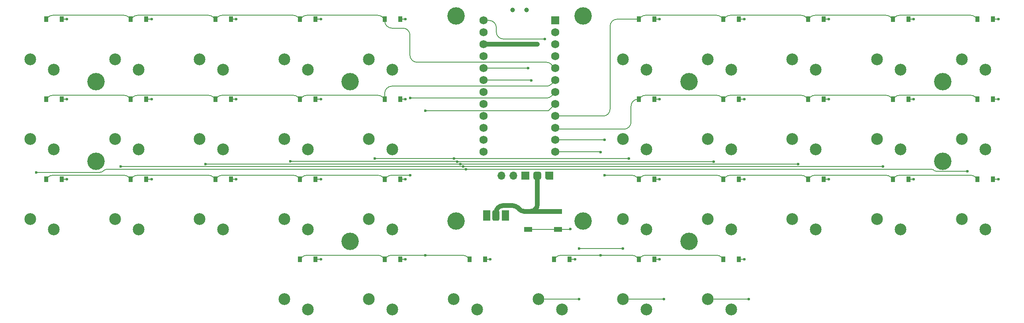
<source format=gbr>
%TF.GenerationSoftware,KiCad,Pcbnew,7.0.1*%
%TF.CreationDate,2023-03-24T13:46:13-04:00*%
%TF.ProjectId,kurp,6b757270-2e6b-4696-9361-645f70636258,v1.0.0*%
%TF.SameCoordinates,Original*%
%TF.FileFunction,Copper,L1,Top*%
%TF.FilePolarity,Positive*%
%FSLAX46Y46*%
G04 Gerber Fmt 4.6, Leading zero omitted, Abs format (unit mm)*
G04 Created by KiCad (PCBNEW 7.0.1) date 2023-03-24 13:46:13*
%MOMM*%
%LPD*%
G01*
G04 APERTURE LIST*
G04 Aperture macros list*
%AMRoundRect*
0 Rectangle with rounded corners*
0 $1 Rounding radius*
0 $2 $3 $4 $5 $6 $7 $8 $9 X,Y pos of 4 corners*
0 Add a 4 corners polygon primitive as box body*
4,1,4,$2,$3,$4,$5,$6,$7,$8,$9,$2,$3,0*
0 Add four circle primitives for the rounded corners*
1,1,$1+$1,$2,$3*
1,1,$1+$1,$4,$5*
1,1,$1+$1,$6,$7*
1,1,$1+$1,$8,$9*
0 Add four rect primitives between the rounded corners*
20,1,$1+$1,$2,$3,$4,$5,0*
20,1,$1+$1,$4,$5,$6,$7,0*
20,1,$1+$1,$6,$7,$8,$9,0*
20,1,$1+$1,$8,$9,$2,$3,0*%
%AMOutline5P*
0 Free polygon, 5 corners , with rotation*
0 The origin of the aperture is its center*
0 number of corners: always 5*
0 $1 to $10 corner X, Y*
0 $11 Rotation angle, in degrees counterclockwise*
0 create outline with 5 corners*
4,1,5,$1,$2,$3,$4,$5,$6,$7,$8,$9,$10,$1,$2,$11*%
%AMOutline6P*
0 Free polygon, 6 corners , with rotation*
0 The origin of the aperture is its center*
0 number of corners: always 6*
0 $1 to $12 corner X, Y*
0 $13 Rotation angle, in degrees counterclockwise*
0 create outline with 6 corners*
4,1,6,$1,$2,$3,$4,$5,$6,$7,$8,$9,$10,$11,$12,$1,$2,$13*%
%AMOutline7P*
0 Free polygon, 7 corners , with rotation*
0 The origin of the aperture is its center*
0 number of corners: always 7*
0 $1 to $14 corner X, Y*
0 $15 Rotation angle, in degrees counterclockwise*
0 create outline with 7 corners*
4,1,7,$1,$2,$3,$4,$5,$6,$7,$8,$9,$10,$11,$12,$13,$14,$1,$2,$15*%
%AMOutline8P*
0 Free polygon, 8 corners , with rotation*
0 The origin of the aperture is its center*
0 number of corners: always 8*
0 $1 to $16 corner X, Y*
0 $17 Rotation angle, in degrees counterclockwise*
0 create outline with 8 corners*
4,1,8,$1,$2,$3,$4,$5,$6,$7,$8,$9,$10,$11,$12,$13,$14,$15,$16,$1,$2,$17*%
G04 Aperture macros list end*
%TA.AperFunction,ComponentPad*%
%ADD10C,1.752600*%
%TD*%
%TA.AperFunction,ComponentPad*%
%ADD11R,1.752600X1.752600*%
%TD*%
%TA.AperFunction,SMDPad,CuDef*%
%ADD12R,0.900000X1.200000*%
%TD*%
%TA.AperFunction,SMDPad,CuDef*%
%ADD13R,0.900000X0.200000*%
%TD*%
%TA.AperFunction,ComponentPad*%
%ADD14C,0.600000*%
%TD*%
%TA.AperFunction,ComponentPad*%
%ADD15R,1.500000X2.250000*%
%TD*%
%TA.AperFunction,ComponentPad*%
%ADD16RoundRect,0.375000X0.375000X0.750000X-0.375000X0.750000X-0.375000X-0.750000X0.375000X-0.750000X0*%
%TD*%
%TA.AperFunction,ComponentPad*%
%ADD17C,2.500000*%
%TD*%
%TA.AperFunction,ComponentPad*%
%ADD18C,3.700000*%
%TD*%
%TA.AperFunction,ComponentPad*%
%ADD19Outline5P,-0.850000X0.510000X-0.510000X0.850000X0.850000X0.850000X0.850000X-0.850000X-0.850000X-0.850000X90.000000*%
%TD*%
%TA.AperFunction,ComponentPad*%
%ADD20RoundRect,0.425000X-0.425000X0.425000X-0.425000X-0.425000X0.425000X-0.425000X0.425000X0.425000X0*%
%TD*%
%TA.AperFunction,ComponentPad*%
%ADD21R,1.700000X1.700000*%
%TD*%
%TA.AperFunction,ComponentPad*%
%ADD22O,1.700000X1.700000*%
%TD*%
%TA.AperFunction,SMDPad,CuDef*%
%ADD23R,1.700000X1.000000*%
%TD*%
%TA.AperFunction,WasherPad*%
%ADD24C,1.000000*%
%TD*%
%TA.AperFunction,ViaPad*%
%ADD25C,0.600000*%
%TD*%
%TA.AperFunction,Conductor*%
%ADD26C,1.000000*%
%TD*%
%TA.AperFunction,Conductor*%
%ADD27C,0.200000*%
%TD*%
G04 APERTURE END LIST*
D10*
%TO.P,U1,1,TX0/PD3*%
%TO.N,/NV_CS*%
X194828733Y-91474608D03*
%TO.P,U1,2,RX1/PD2*%
%TO.N,unconnected-(U1-RX1{slash}PD2-Pad2)*%
X194828733Y-94014608D03*
%TO.P,U1,3,GND*%
%TO.N,/GND*%
X194828733Y-96554608D03*
%TO.P,U1,4,GND*%
X194828733Y-99094608D03*
%TO.P,U1,5,2/PD1*%
%TO.N,/SDA*%
X194828733Y-101634608D03*
%TO.P,U1,6,3/PD0*%
%TO.N,/SCL*%
X194828733Y-104174608D03*
%TO.P,U1,7,4/PD4*%
%TO.N,unconnected-(U1-4{slash}PD4-Pad7)*%
X194828733Y-106714608D03*
%TO.P,U1,8,5/PC6*%
%TO.N,/col4*%
X194828733Y-109254608D03*
%TO.P,U1,9,6/PD7*%
%TO.N,/col3*%
X194828733Y-111794608D03*
%TO.P,U1,10,7/PE6*%
%TO.N,/col2*%
X194828733Y-114334608D03*
%TO.P,U1,11,8/PB4*%
%TO.N,/col1*%
X194828733Y-116874608D03*
%TO.P,U1,12,9/PB5*%
%TO.N,/col0*%
X194828733Y-119414608D03*
%TO.P,U1,13,10/PB6*%
%TO.N,/row7*%
X210068733Y-119414608D03*
%TO.P,U1,14,16/PB2*%
%TO.N,/row6*%
X210068733Y-116874608D03*
%TO.P,U1,15,14/PB3*%
%TO.N,/row5*%
X210068733Y-114334608D03*
%TO.P,U1,16,15/PB1*%
%TO.N,/row4*%
X210068733Y-111794608D03*
%TO.P,U1,17,A0/PF7*%
%TO.N,/row3*%
X210068733Y-109254608D03*
%TO.P,U1,18,A1/PF6*%
%TO.N,/row2*%
X210068733Y-106714608D03*
%TO.P,U1,19,A2/PF5*%
%TO.N,/row1*%
X210068733Y-104174608D03*
%TO.P,U1,20,A3/PF4*%
%TO.N,/row0*%
X210068733Y-101634608D03*
%TO.P,U1,21,VCC*%
%TO.N,/VCC*%
X210068733Y-99094608D03*
%TO.P,U1,22,RST*%
%TO.N,/RST*%
X210068733Y-96554608D03*
%TO.P,U1,23,GND*%
%TO.N,/GND*%
X210068733Y-94014608D03*
D11*
%TO.P,U1,24,RAW*%
%TO.N,/RAW*%
X210068733Y-91474608D03*
%TD*%
D12*
%TO.P,D17,1*%
%TO.N,/row3*%
X173798733Y-142194608D03*
%TO.P,D17,2*%
%TO.N,Net-(D17-Pad2)*%
X177098733Y-142194608D03*
D13*
X177734733Y-142194608D03*
D14*
X178242733Y-142194608D03*
%TD*%
D15*
%TO.P,BT1,1,+*%
%TO.N,Net-(BT1-+)*%
X195448733Y-132944608D03*
X199448733Y-132944608D03*
D16*
%TO.P,BT1,2,-*%
%TO.N,/GND*%
X197448733Y-132944608D03*
%TD*%
D17*
%TO.P,SW15,1*%
%TO.N,Net-(D15-Pad2)*%
X175448733Y-101894608D03*
%TO.P,SW15,2*%
%TO.N,/col4*%
X170448733Y-99694608D03*
%TD*%
D12*
%TO.P,D35,1*%
%TO.N,/row7*%
X227798733Y-142194608D03*
%TO.P,D35,2*%
%TO.N,Net-(D35-Pad2)*%
X231098733Y-142194608D03*
D13*
X231734733Y-142194608D03*
D14*
X232242733Y-142194608D03*
%TD*%
D17*
%TO.P,SW33,1*%
%TO.N,Net-(D33-Pad2)*%
X229448733Y-101894608D03*
%TO.P,SW33,2*%
%TO.N,/col4*%
X224448733Y-99694608D03*
%TD*%
D18*
%TO.P,H6,1*%
%TO.N,N/C*%
X215948733Y-90544608D03*
%TD*%
D12*
%TO.P,D32,1*%
%TO.N,/row5*%
X227798733Y-108194608D03*
%TO.P,D32,2*%
%TO.N,Net-(D32-Pad2)*%
X231098733Y-108194608D03*
D13*
X231734733Y-108194608D03*
D14*
X232242733Y-108194608D03*
%TD*%
D12*
%TO.P,D27,1*%
%TO.N,/row4*%
X263798733Y-91194608D03*
%TO.P,D27,2*%
%TO.N,Net-(D27-Pad2)*%
X267098733Y-91194608D03*
D13*
X267734733Y-91194608D03*
D14*
X268242733Y-91194608D03*
%TD*%
D17*
%TO.P,SW20,1*%
%TO.N,Net-(D20-Pad2)*%
X301448733Y-118894608D03*
%TO.P,SW20,2*%
%TO.N,/col0*%
X296448733Y-116694608D03*
%TD*%
D18*
%TO.P,H10,1*%
%TO.N,N/C*%
X238448733Y-104444608D03*
%TD*%
D17*
%TO.P,SW26,1*%
%TO.N,Net-(D26-Pad2)*%
X265448733Y-118894608D03*
%TO.P,SW26,2*%
%TO.N,/col2*%
X260448733Y-116694608D03*
%TD*%
D12*
%TO.P,D15,1*%
%TO.N,/row0*%
X173798733Y-91194608D03*
%TO.P,D15,2*%
%TO.N,Net-(D15-Pad2)*%
X177098733Y-91194608D03*
D13*
X177734733Y-91194608D03*
D14*
X178242733Y-91194608D03*
%TD*%
D12*
%TO.P,D31,1*%
%TO.N,/row6*%
X227798733Y-125194608D03*
%TO.P,D31,2*%
%TO.N,Net-(D31-Pad2)*%
X231098733Y-125194608D03*
D13*
X231734733Y-125194608D03*
D14*
X232242733Y-125194608D03*
%TD*%
D17*
%TO.P,SW28,1*%
%TO.N,Net-(D28-Pad2)*%
X247448733Y-135894608D03*
%TO.P,SW28,2*%
%TO.N,/col3*%
X242448733Y-133694608D03*
%TD*%
D12*
%TO.P,D10,1*%
%TO.N,/row2*%
X155798733Y-125194608D03*
%TO.P,D10,2*%
%TO.N,Net-(D10-Pad2)*%
X159098733Y-125194608D03*
D13*
X159734733Y-125194608D03*
D14*
X160242733Y-125194608D03*
%TD*%
D12*
%TO.P,D21,1*%
%TO.N,/row4*%
X299798733Y-91194608D03*
%TO.P,D21,2*%
%TO.N,Net-(D21-Pad2)*%
X303098733Y-91194608D03*
D13*
X303734733Y-91194608D03*
D14*
X304242733Y-91194608D03*
%TD*%
D17*
%TO.P,SW13,1*%
%TO.N,Net-(D13-Pad2)*%
X175448733Y-135894608D03*
%TO.P,SW13,2*%
%TO.N,/col4*%
X170448733Y-133694608D03*
%TD*%
%TO.P,SW11,1*%
%TO.N,Net-(D11-Pad2)*%
X157448733Y-118894608D03*
%TO.P,SW11,2*%
%TO.N,/col3*%
X152448733Y-116694608D03*
%TD*%
D18*
%TO.P,H1,1*%
%TO.N,N/C*%
X112448733Y-104444608D03*
%TD*%
%TO.P,H12,1*%
%TO.N,N/C*%
X238448733Y-138444608D03*
%TD*%
%TO.P,H7,1*%
%TO.N,N/C*%
X188948733Y-134144608D03*
%TD*%
%TO.P,H5,1*%
%TO.N,N/C*%
X188948733Y-90544608D03*
%TD*%
D17*
%TO.P,SW19,1*%
%TO.N,Net-(D19-Pad2)*%
X301448733Y-135894608D03*
%TO.P,SW19,2*%
%TO.N,/col0*%
X296448733Y-133694608D03*
%TD*%
%TO.P,SW30,1*%
%TO.N,Net-(D30-Pad2)*%
X247448733Y-101894608D03*
%TO.P,SW30,2*%
%TO.N,/col3*%
X242448733Y-99694608D03*
%TD*%
%TO.P,SW36,1*%
%TO.N,Net-(D36-Pad2)*%
X211448733Y-152894608D03*
%TO.P,SW36,2*%
%TO.N,/col4*%
X206448733Y-150694608D03*
%TD*%
D18*
%TO.P,H9,1*%
%TO.N,N/C*%
X166448733Y-104444608D03*
%TD*%
D12*
%TO.P,D20,1*%
%TO.N,/row5*%
X299798733Y-108194608D03*
%TO.P,D20,2*%
%TO.N,Net-(D20-Pad2)*%
X303098733Y-108194608D03*
D13*
X303734733Y-108194608D03*
D14*
X304242733Y-108194608D03*
%TD*%
D12*
%TO.P,D11,1*%
%TO.N,/row1*%
X155798733Y-108194608D03*
%TO.P,D11,2*%
%TO.N,Net-(D11-Pad2)*%
X159098733Y-108194608D03*
D13*
X159734733Y-108194608D03*
D14*
X160242733Y-108194608D03*
%TD*%
D17*
%TO.P,SW8,1*%
%TO.N,Net-(D8-Pad2)*%
X139448733Y-118894608D03*
%TO.P,SW8,2*%
%TO.N,/col2*%
X134448733Y-116694608D03*
%TD*%
D18*
%TO.P,H2,1*%
%TO.N,N/C*%
X292448733Y-104444608D03*
%TD*%
D17*
%TO.P,SW14,1*%
%TO.N,Net-(D14-Pad2)*%
X175448733Y-118894608D03*
%TO.P,SW14,2*%
%TO.N,/col4*%
X170448733Y-116694608D03*
%TD*%
%TO.P,SW34,1*%
%TO.N,Net-(D34-Pad2)*%
X247448733Y-152894608D03*
%TO.P,SW34,2*%
%TO.N,/col2*%
X242448733Y-150694608D03*
%TD*%
D12*
%TO.P,D33,1*%
%TO.N,/row4*%
X227798733Y-91194608D03*
%TO.P,D33,2*%
%TO.N,Net-(D33-Pad2)*%
X231098733Y-91194608D03*
D13*
X231734733Y-91194608D03*
D14*
X232242733Y-91194608D03*
%TD*%
D17*
%TO.P,SW4,1*%
%TO.N,Net-(D4-Pad2)*%
X121448733Y-135894608D03*
%TO.P,SW4,2*%
%TO.N,/col1*%
X116448733Y-133694608D03*
%TD*%
%TO.P,SW6,1*%
%TO.N,Net-(D6-Pad2)*%
X121448733Y-101894608D03*
%TO.P,SW6,2*%
%TO.N,/col1*%
X116448733Y-99694608D03*
%TD*%
D12*
%TO.P,D14,1*%
%TO.N,/row1*%
X173798733Y-108194608D03*
%TO.P,D14,2*%
%TO.N,Net-(D14-Pad2)*%
X177098733Y-108194608D03*
D13*
X177734733Y-108194608D03*
D14*
X178242733Y-108194608D03*
%TD*%
D17*
%TO.P,SW22,1*%
%TO.N,Net-(D22-Pad2)*%
X283448733Y-135894608D03*
%TO.P,SW22,2*%
%TO.N,/col1*%
X278448733Y-133694608D03*
%TD*%
D12*
%TO.P,D28,1*%
%TO.N,/row6*%
X245798733Y-125194608D03*
%TO.P,D28,2*%
%TO.N,Net-(D28-Pad2)*%
X249098733Y-125194608D03*
D13*
X249734733Y-125194608D03*
D14*
X250242733Y-125194608D03*
%TD*%
D17*
%TO.P,SW25,1*%
%TO.N,Net-(D25-Pad2)*%
X265448733Y-135894608D03*
%TO.P,SW25,2*%
%TO.N,/col2*%
X260448733Y-133694608D03*
%TD*%
%TO.P,SW7,1*%
%TO.N,Net-(D7-Pad2)*%
X139448733Y-135894608D03*
%TO.P,SW7,2*%
%TO.N,/col2*%
X134448733Y-133694608D03*
%TD*%
%TO.P,SW24,1*%
%TO.N,Net-(D24-Pad2)*%
X283448733Y-101894608D03*
%TO.P,SW24,2*%
%TO.N,/col1*%
X278448733Y-99694608D03*
%TD*%
%TO.P,SW9,1*%
%TO.N,Net-(D9-Pad2)*%
X139448733Y-101894608D03*
%TO.P,SW9,2*%
%TO.N,/col2*%
X134448733Y-99694608D03*
%TD*%
D12*
%TO.P,D12,1*%
%TO.N,/row0*%
X155798733Y-91194608D03*
%TO.P,D12,2*%
%TO.N,Net-(D12-Pad2)*%
X159098733Y-91194608D03*
D13*
X159734733Y-91194608D03*
D14*
X160242733Y-91194608D03*
%TD*%
D12*
%TO.P,D29,1*%
%TO.N,/row5*%
X245798733Y-108194608D03*
%TO.P,D29,2*%
%TO.N,Net-(D29-Pad2)*%
X249098733Y-108194608D03*
D13*
X249734733Y-108194608D03*
D14*
X250242733Y-108194608D03*
%TD*%
D17*
%TO.P,SW16,1*%
%TO.N,Net-(D16-Pad2)*%
X157448733Y-152894608D03*
%TO.P,SW16,2*%
%TO.N,/col2*%
X152448733Y-150694608D03*
%TD*%
D12*
%TO.P,D18,1*%
%TO.N,/row3*%
X191798733Y-142194608D03*
%TO.P,D18,2*%
%TO.N,Net-(D18-Pad2)*%
X195098733Y-142194608D03*
D13*
X195734733Y-142194608D03*
D14*
X196242733Y-142194608D03*
%TD*%
D12*
%TO.P,D16,1*%
%TO.N,/row3*%
X155798733Y-142194608D03*
%TO.P,D16,2*%
%TO.N,Net-(D16-Pad2)*%
X159098733Y-142194608D03*
D13*
X159734733Y-142194608D03*
D14*
X160242733Y-142194608D03*
%TD*%
D12*
%TO.P,D13,1*%
%TO.N,/row2*%
X173798733Y-125194608D03*
%TO.P,D13,2*%
%TO.N,Net-(D13-Pad2)*%
X177098733Y-125194608D03*
D13*
X177734733Y-125194608D03*
D14*
X178242733Y-125194608D03*
%TD*%
D12*
%TO.P,D1,1*%
%TO.N,/row2*%
X101798733Y-125194608D03*
%TO.P,D1,2*%
%TO.N,Net-(D1-Pad2)*%
X105098733Y-125194608D03*
D13*
X105734733Y-125194608D03*
D14*
X106242733Y-125194608D03*
%TD*%
D12*
%TO.P,D3,1*%
%TO.N,/row0*%
X101798733Y-91194608D03*
%TO.P,D3,2*%
%TO.N,Net-(D3-Pad2)*%
X105098733Y-91194608D03*
D13*
X105734733Y-91194608D03*
D14*
X106242733Y-91194608D03*
%TD*%
D17*
%TO.P,SW21,1*%
%TO.N,Net-(D21-Pad2)*%
X301448733Y-101894608D03*
%TO.P,SW21,2*%
%TO.N,/col0*%
X296448733Y-99694608D03*
%TD*%
D12*
%TO.P,D9,1*%
%TO.N,/row0*%
X137798733Y-91194608D03*
%TO.P,D9,2*%
%TO.N,Net-(D9-Pad2)*%
X141098733Y-91194608D03*
D13*
X141734733Y-91194608D03*
D14*
X142242733Y-91194608D03*
%TD*%
D17*
%TO.P,SW23,1*%
%TO.N,Net-(D23-Pad2)*%
X283448733Y-118894608D03*
%TO.P,SW23,2*%
%TO.N,/col1*%
X278448733Y-116694608D03*
%TD*%
D12*
%TO.P,D34,1*%
%TO.N,/row7*%
X245798733Y-142194608D03*
%TO.P,D34,2*%
%TO.N,Net-(D34-Pad2)*%
X249098733Y-142194608D03*
D13*
X249734733Y-142194608D03*
D14*
X250242733Y-142194608D03*
%TD*%
D17*
%TO.P,SW12,1*%
%TO.N,Net-(D12-Pad2)*%
X157448733Y-101894608D03*
%TO.P,SW12,2*%
%TO.N,/col3*%
X152448733Y-99694608D03*
%TD*%
D12*
%TO.P,D36,1*%
%TO.N,/row7*%
X209798733Y-142194608D03*
%TO.P,D36,2*%
%TO.N,Net-(D36-Pad2)*%
X213098733Y-142194608D03*
D13*
X213734733Y-142194608D03*
D14*
X214242733Y-142194608D03*
%TD*%
D17*
%TO.P,SW17,1*%
%TO.N,Net-(D17-Pad2)*%
X175448733Y-152894608D03*
%TO.P,SW17,2*%
%TO.N,/col3*%
X170448733Y-150694608D03*
%TD*%
D12*
%TO.P,D6,1*%
%TO.N,/row0*%
X119798733Y-91194608D03*
%TO.P,D6,2*%
%TO.N,Net-(D6-Pad2)*%
X123098733Y-91194608D03*
D13*
X123734733Y-91194608D03*
D14*
X124242733Y-91194608D03*
%TD*%
D17*
%TO.P,SW35,1*%
%TO.N,Net-(D35-Pad2)*%
X229448733Y-152894608D03*
%TO.P,SW35,2*%
%TO.N,/col3*%
X224448733Y-150694608D03*
%TD*%
D19*
%TO.P,J2,1,Pin_1*%
%TO.N,/NV_CS*%
X208793650Y-124444608D03*
%TD*%
D12*
%TO.P,D24,1*%
%TO.N,/row4*%
X281798733Y-91194608D03*
%TO.P,D24,2*%
%TO.N,Net-(D24-Pad2)*%
X285098733Y-91194608D03*
D13*
X285734733Y-91194608D03*
D14*
X286242733Y-91194608D03*
%TD*%
D17*
%TO.P,SW1,1*%
%TO.N,Net-(D1-Pad2)*%
X103448733Y-135894608D03*
%TO.P,SW1,2*%
%TO.N,/col0*%
X98448733Y-133694608D03*
%TD*%
%TO.P,SW31,1*%
%TO.N,Net-(D31-Pad2)*%
X229448733Y-135894608D03*
%TO.P,SW31,2*%
%TO.N,/col4*%
X224448733Y-133694608D03*
%TD*%
%TO.P,SW5,1*%
%TO.N,Net-(D5-Pad2)*%
X121448733Y-118894608D03*
%TO.P,SW5,2*%
%TO.N,/col1*%
X116448733Y-116694608D03*
%TD*%
%TO.P,SW32,1*%
%TO.N,Net-(D32-Pad2)*%
X229448733Y-118894608D03*
%TO.P,SW32,2*%
%TO.N,/col4*%
X224448733Y-116694608D03*
%TD*%
D18*
%TO.P,H4,1*%
%TO.N,N/C*%
X292448733Y-121444608D03*
%TD*%
D17*
%TO.P,SW27,1*%
%TO.N,Net-(D27-Pad2)*%
X265448733Y-101894608D03*
%TO.P,SW27,2*%
%TO.N,/col2*%
X260448733Y-99694608D03*
%TD*%
D18*
%TO.P,H3,1*%
%TO.N,N/C*%
X112448733Y-121444608D03*
%TD*%
D12*
%TO.P,D2,1*%
%TO.N,/row1*%
X101798733Y-108194608D03*
%TO.P,D2,2*%
%TO.N,Net-(D2-Pad2)*%
X105098733Y-108194608D03*
D13*
X105734733Y-108194608D03*
D14*
X106242733Y-108194608D03*
%TD*%
D20*
%TO.P,J1,1,GND*%
%TO.N,/GND*%
X206258733Y-124444608D03*
D21*
%TO.P,J1,2,VCC*%
%TO.N,/VCC*%
X203718733Y-124444608D03*
D22*
%TO.P,J1,3,SCL*%
%TO.N,/SCL*%
X201178733Y-124444608D03*
%TO.P,J1,4,SDA*%
%TO.N,/SDA*%
X198638733Y-124444608D03*
%TD*%
D12*
%TO.P,D26,1*%
%TO.N,/row5*%
X263798733Y-108194608D03*
%TO.P,D26,2*%
%TO.N,Net-(D26-Pad2)*%
X267098733Y-108194608D03*
D13*
X267734733Y-108194608D03*
D14*
X268242733Y-108194608D03*
%TD*%
D12*
%TO.P,D23,1*%
%TO.N,/row5*%
X281798733Y-108194608D03*
%TO.P,D23,2*%
%TO.N,Net-(D23-Pad2)*%
X285098733Y-108194608D03*
D13*
X285734733Y-108194608D03*
D14*
X286242733Y-108194608D03*
%TD*%
D17*
%TO.P,SW2,1*%
%TO.N,Net-(D2-Pad2)*%
X103448733Y-118894608D03*
%TO.P,SW2,2*%
%TO.N,/col0*%
X98448733Y-116694608D03*
%TD*%
D12*
%TO.P,D7,1*%
%TO.N,/row2*%
X137798733Y-125194608D03*
%TO.P,D7,2*%
%TO.N,Net-(D7-Pad2)*%
X141098733Y-125194608D03*
D13*
X141734733Y-125194608D03*
D14*
X142242733Y-125194608D03*
%TD*%
D18*
%TO.P,H11,1*%
%TO.N,N/C*%
X166448733Y-138444608D03*
%TD*%
D17*
%TO.P,SW18,1*%
%TO.N,Net-(D18-Pad2)*%
X193448733Y-152894608D03*
%TO.P,SW18,2*%
%TO.N,/col4*%
X188448733Y-150694608D03*
%TD*%
D18*
%TO.P,H8,1*%
%TO.N,N/C*%
X215948733Y-134144608D03*
%TD*%
D12*
%TO.P,D5,1*%
%TO.N,/row1*%
X119798733Y-108194608D03*
%TO.P,D5,2*%
%TO.N,Net-(D5-Pad2)*%
X123098733Y-108194608D03*
D13*
X123734733Y-108194608D03*
D14*
X124242733Y-108194608D03*
%TD*%
D17*
%TO.P,SW10,1*%
%TO.N,Net-(D10-Pad2)*%
X157448733Y-135894608D03*
%TO.P,SW10,2*%
%TO.N,/col3*%
X152448733Y-133694608D03*
%TD*%
D12*
%TO.P,D25,1*%
%TO.N,/row6*%
X263798733Y-125194608D03*
%TO.P,D25,2*%
%TO.N,Net-(D25-Pad2)*%
X267098733Y-125194608D03*
D13*
X267734733Y-125194608D03*
D14*
X268242733Y-125194608D03*
%TD*%
D12*
%TO.P,D8,1*%
%TO.N,/row1*%
X137798733Y-108194608D03*
%TO.P,D8,2*%
%TO.N,Net-(D8-Pad2)*%
X141098733Y-108194608D03*
D13*
X141734733Y-108194608D03*
D14*
X142242733Y-108194608D03*
%TD*%
D17*
%TO.P,SW3,1*%
%TO.N,Net-(D3-Pad2)*%
X103448733Y-101894608D03*
%TO.P,SW3,2*%
%TO.N,/col0*%
X98448733Y-99694608D03*
%TD*%
D12*
%TO.P,D22,1*%
%TO.N,/row6*%
X281798733Y-125194608D03*
%TO.P,D22,2*%
%TO.N,Net-(D22-Pad2)*%
X285098733Y-125194608D03*
D13*
X285734733Y-125194608D03*
D14*
X286242733Y-125194608D03*
%TD*%
D12*
%TO.P,D30,1*%
%TO.N,/row4*%
X245798733Y-91194608D03*
%TO.P,D30,2*%
%TO.N,Net-(D30-Pad2)*%
X249098733Y-91194608D03*
D13*
X249734733Y-91194608D03*
D14*
X250242733Y-91194608D03*
%TD*%
D12*
%TO.P,D19,1*%
%TO.N,/row6*%
X299798733Y-125194608D03*
%TO.P,D19,2*%
%TO.N,Net-(D19-Pad2)*%
X303098733Y-125194608D03*
D13*
X303734733Y-125194608D03*
D14*
X304242733Y-125194608D03*
%TD*%
D23*
%TO.P,RESET1,1*%
%TO.N,/GND*%
X204298733Y-132044608D03*
X210598733Y-132044608D03*
%TO.P,RESET1,2*%
%TO.N,/RST*%
X204298733Y-135844608D03*
X210598733Y-135844608D03*
%TD*%
D12*
%TO.P,D4,1*%
%TO.N,/row2*%
X119798733Y-125194608D03*
%TO.P,D4,2*%
%TO.N,Net-(D4-Pad2)*%
X123098733Y-125194608D03*
D13*
X123734733Y-125194608D03*
D14*
X124242733Y-125194608D03*
%TD*%
D17*
%TO.P,SW29,1*%
%TO.N,Net-(D29-Pad2)*%
X247448733Y-118894608D03*
%TO.P,SW29,2*%
%TO.N,/col3*%
X242448733Y-116694608D03*
%TD*%
D24*
%TO.P,PWR1,*%
%TO.N,*%
X200948733Y-89194608D03*
X203948733Y-89194608D03*
%TD*%
D25*
%TO.N,/GND*%
X206258733Y-96501235D03*
%TO.N,/row2*%
X179239417Y-107962423D03*
X179243948Y-124369355D03*
%TO.N,/row3*%
X182421430Y-141367608D03*
X182418157Y-110689899D03*
%TO.N,/row6*%
X220556390Y-124375171D03*
X220557835Y-116871891D03*
%TO.N,/row7*%
X219717983Y-119467582D03*
X219717983Y-141375297D03*
%TO.N,/SCL*%
X204983235Y-104181961D03*
%TO.N,/SDA*%
X204253576Y-101630293D03*
%TO.N,/RST*%
X213278618Y-135837308D03*
%TO.N,/col0*%
X191106716Y-123099763D03*
X297698732Y-123506027D03*
X99698732Y-123735712D03*
%TO.N,/col1*%
X117698732Y-122516769D03*
X279698732Y-122516831D03*
X190490712Y-122522134D03*
%TO.N,/col2*%
X189911904Y-121985788D03*
X261698732Y-121983515D03*
X135698732Y-121993278D03*
X251224312Y-150697564D03*
%TO.N,/col3*%
X153698732Y-121370801D03*
X233161853Y-150697963D03*
X189216755Y-121458788D03*
X243698732Y-121459288D03*
%TO.N,/col4*%
X224448784Y-139988942D03*
X188571864Y-120804955D03*
X215094780Y-139977020D03*
X171698732Y-120779748D03*
X225698732Y-120800566D03*
X215101717Y-150664450D03*
%TO.N,/NV_CS*%
X207862869Y-95406671D03*
%TD*%
D26*
%TO.N,/GND*%
X194828733Y-96554608D02*
X206205360Y-96554608D01*
D27*
X206205360Y-96554608D02*
X206258733Y-96501235D01*
D26*
X206258733Y-130544608D02*
X206258733Y-124444608D01*
X204298733Y-132044608D02*
X204758733Y-132044608D01*
X204298733Y-132044608D02*
X203461603Y-132044608D01*
X202400943Y-131605268D02*
X202062963Y-131267288D01*
X201002303Y-130827948D02*
X198948733Y-130827948D01*
X204298733Y-132044608D02*
X210598733Y-132044608D01*
X197448733Y-132327948D02*
X197448733Y-132944608D01*
X204758733Y-132044633D02*
G75*
G03*
X206258733Y-130544608I-33J1500033D01*
G01*
X202400940Y-131605271D02*
G75*
G03*
X203461603Y-132044608I1060660J1060671D01*
G01*
X202062972Y-131267279D02*
G75*
G03*
X201002303Y-130827948I-1060672J-1060721D01*
G01*
X198948733Y-130827933D02*
G75*
G03*
X197448733Y-132327948I-33J-1499967D01*
G01*
D27*
%TO.N,/row2*%
X119798733Y-125194608D02*
X119411073Y-124806948D01*
X155798733Y-125194608D02*
X155411073Y-124806948D01*
X136350413Y-124367608D02*
X121247053Y-124367608D01*
X102186393Y-124806948D02*
X101798733Y-125194608D01*
X179239417Y-107962423D02*
X208199598Y-107962423D01*
X179242201Y-124367608D02*
X175247053Y-124367608D01*
X137798733Y-125194608D02*
X137411073Y-124806948D01*
X120186393Y-124806948D02*
X119798733Y-125194608D01*
X156186393Y-124806948D02*
X155798733Y-125194608D01*
X138186393Y-124806948D02*
X137798733Y-125194608D01*
X172350413Y-124367608D02*
X157247053Y-124367608D01*
X154350413Y-124367608D02*
X139247053Y-124367608D01*
X173798733Y-125194608D02*
X173411073Y-124806948D01*
X174186393Y-124806948D02*
X173798733Y-125194608D01*
X118350413Y-124367608D02*
X103247053Y-124367608D01*
X209260258Y-107523083D02*
X210068733Y-106714608D01*
X179243948Y-124369355D02*
X179242201Y-124367608D01*
X121247053Y-124367573D02*
G75*
G03*
X120186393Y-124806948I47J-1500027D01*
G01*
X137411065Y-124806956D02*
G75*
G03*
X136350413Y-124367608I-1060665J-1060644D01*
G01*
X175247053Y-124367573D02*
G75*
G03*
X174186393Y-124806948I47J-1500027D01*
G01*
X157247053Y-124367573D02*
G75*
G03*
X156186393Y-124806948I47J-1500027D01*
G01*
X103247053Y-124367573D02*
G75*
G03*
X102186393Y-124806948I47J-1500027D01*
G01*
X155411065Y-124806956D02*
G75*
G03*
X154350413Y-124367608I-1060665J-1060644D01*
G01*
X139247053Y-124367573D02*
G75*
G03*
X138186393Y-124806948I47J-1500027D01*
G01*
X208199598Y-107962414D02*
G75*
G03*
X209260258Y-107523083I2J1500014D01*
G01*
X173411065Y-124806956D02*
G75*
G03*
X172350413Y-124367608I-1060665J-1060644D01*
G01*
X119411065Y-124806956D02*
G75*
G03*
X118350413Y-124367608I-1060665J-1060644D01*
G01*
%TO.N,/row1*%
X173798733Y-108194608D02*
X173411073Y-107806948D01*
X175298733Y-105441970D02*
X208180051Y-105441970D01*
X120186393Y-107806948D02*
X119798733Y-108194608D01*
X172350413Y-107367608D02*
X157247053Y-107367608D01*
X155798733Y-108194608D02*
X155411073Y-107806948D01*
X119798733Y-108194608D02*
X119411073Y-107806948D01*
X136350413Y-107367608D02*
X121247053Y-107367608D01*
X138186393Y-107806948D02*
X137798733Y-108194608D01*
X118350413Y-107367608D02*
X103247053Y-107367608D01*
X209240711Y-105002630D02*
X210068733Y-104174608D01*
X156186393Y-107806948D02*
X155798733Y-108194608D01*
X137798733Y-108194608D02*
X137411073Y-107806948D01*
X173798733Y-108194608D02*
X173798733Y-106941970D01*
X154350413Y-107367608D02*
X139247053Y-107367608D01*
X102186393Y-107806948D02*
X101798733Y-108194608D01*
X139247053Y-107367573D02*
G75*
G03*
X138186393Y-107806948I47J-1500027D01*
G01*
X208180051Y-105442014D02*
G75*
G03*
X209240711Y-105002630I-51J1500014D01*
G01*
X157247053Y-107367573D02*
G75*
G03*
X156186393Y-107806948I47J-1500027D01*
G01*
X137411065Y-107806956D02*
G75*
G03*
X136350413Y-107367608I-1060665J-1060644D01*
G01*
X175298733Y-105442033D02*
G75*
G03*
X173798733Y-106941970I-33J-1499967D01*
G01*
X173411065Y-107806956D02*
G75*
G03*
X172350413Y-107367608I-1060665J-1060644D01*
G01*
X155411065Y-107806956D02*
G75*
G03*
X154350413Y-107367608I-1060665J-1060644D01*
G01*
X103247053Y-107367573D02*
G75*
G03*
X102186393Y-107806948I47J-1500027D01*
G01*
X119411065Y-107806956D02*
G75*
G03*
X118350413Y-107367608I-1060665J-1060644D01*
G01*
X121247053Y-107367573D02*
G75*
G03*
X120186393Y-107806948I47J-1500027D01*
G01*
%TO.N,/row0*%
X173798733Y-91194608D02*
X173411073Y-90806948D01*
X180661856Y-100351514D02*
X208164319Y-100351514D01*
X156186393Y-90806948D02*
X155798733Y-91194608D01*
X179161856Y-94590853D02*
X179161856Y-98851514D01*
X173798733Y-91194608D02*
X173798733Y-91590853D01*
X175298733Y-93090853D02*
X177661856Y-93090853D01*
X120186393Y-90806948D02*
X119798733Y-91194608D01*
X172350413Y-90367608D02*
X157247053Y-90367608D01*
X209224979Y-100790854D02*
X210068733Y-101634608D01*
X155798733Y-91194608D02*
X155411073Y-90806948D01*
X102186393Y-90806948D02*
X101798733Y-91194608D01*
X154350413Y-90367608D02*
X139247053Y-90367608D01*
X137798733Y-91194608D02*
X137411073Y-90806948D01*
X138186393Y-90806948D02*
X137798733Y-91194608D01*
X118350413Y-90367608D02*
X103247053Y-90367608D01*
X136350413Y-90367608D02*
X121247053Y-90367608D01*
X119798733Y-91194608D02*
X119411073Y-90806948D01*
X137411065Y-90806956D02*
G75*
G03*
X136350413Y-90367608I-1060665J-1060644D01*
G01*
X179161947Y-94590853D02*
G75*
G03*
X177661856Y-93090853I-1500047J-47D01*
G01*
X139247053Y-90367573D02*
G75*
G03*
X138186393Y-90806948I47J-1500027D01*
G01*
X173411065Y-90806956D02*
G75*
G03*
X172350413Y-90367608I-1060665J-1060644D01*
G01*
X155411065Y-90806956D02*
G75*
G03*
X154350413Y-90367608I-1060665J-1060644D01*
G01*
X173798747Y-91590853D02*
G75*
G03*
X175298733Y-93090853I1499953J-47D01*
G01*
X103247053Y-90367573D02*
G75*
G03*
X102186393Y-90806948I47J-1500027D01*
G01*
X121247053Y-90367573D02*
G75*
G03*
X120186393Y-90806948I47J-1500027D01*
G01*
X157247053Y-90367573D02*
G75*
G03*
X156186393Y-90806948I47J-1500027D01*
G01*
X179161886Y-98851514D02*
G75*
G03*
X180661856Y-100351514I1500014J14D01*
G01*
X119411065Y-90806956D02*
G75*
G03*
X118350413Y-90367608I-1060665J-1060644D01*
G01*
X209224967Y-100790866D02*
G75*
G03*
X208164319Y-100351514I-1060667J-1060634D01*
G01*
%TO.N,/row3*%
X174186393Y-141806948D02*
X173798733Y-142194608D01*
X182421430Y-141367608D02*
X175247053Y-141367608D01*
X191411073Y-141806948D02*
X191798733Y-142194608D01*
X182419566Y-110691308D02*
X208632033Y-110691308D01*
X208632033Y-110691308D02*
X210068733Y-109254608D01*
X156186393Y-141806948D02*
X155798733Y-142194608D01*
X172350413Y-141367608D02*
X157247053Y-141367608D01*
X182418157Y-110689899D02*
X182419566Y-110691308D01*
X173798733Y-142194608D02*
X173411073Y-141806948D01*
X182421430Y-141367608D02*
X190350413Y-141367608D01*
X157247053Y-141367573D02*
G75*
G03*
X156186393Y-141806948I47J-1500027D01*
G01*
X173411065Y-141806956D02*
G75*
G03*
X172350413Y-141367608I-1060665J-1060644D01*
G01*
X191411065Y-141806956D02*
G75*
G03*
X190350413Y-141367608I-1060665J-1060644D01*
G01*
X175247053Y-141367573D02*
G75*
G03*
X174186393Y-141806948I47J-1500027D01*
G01*
%TO.N,/row6*%
X298350413Y-124367608D02*
X283247053Y-124367608D01*
X220555118Y-116874608D02*
X210068733Y-116874608D01*
X244350413Y-124367608D02*
X229247053Y-124367608D01*
X299798733Y-125194608D02*
X299411073Y-124806948D01*
X220556390Y-124375171D02*
X220562173Y-124369388D01*
X264186393Y-124806948D02*
X263798733Y-125194608D01*
X281798733Y-125194608D02*
X281411073Y-124806948D01*
X227412853Y-124808728D02*
X227798733Y-125194608D01*
X220562173Y-124369388D02*
X226352193Y-124369388D01*
X246186393Y-124806948D02*
X245798733Y-125194608D01*
X220557835Y-116871891D02*
X220555118Y-116874608D01*
X228186393Y-124806948D02*
X227798733Y-125194608D01*
X262350413Y-124367608D02*
X247247053Y-124367608D01*
X245798733Y-125194608D02*
X245411073Y-124806948D01*
X282186393Y-124806948D02*
X281798733Y-125194608D01*
X280350413Y-124367608D02*
X265247053Y-124367608D01*
X263798733Y-125194608D02*
X263411073Y-124806948D01*
X227412859Y-124808722D02*
G75*
G03*
X226352193Y-124369388I-1060659J-1060678D01*
G01*
X283247053Y-124367573D02*
G75*
G03*
X282186393Y-124806948I47J-1500027D01*
G01*
X247247053Y-124367573D02*
G75*
G03*
X246186393Y-124806948I47J-1500027D01*
G01*
X263411065Y-124806956D02*
G75*
G03*
X262350413Y-124367608I-1060665J-1060644D01*
G01*
X299411065Y-124806956D02*
G75*
G03*
X298350413Y-124367608I-1060665J-1060644D01*
G01*
X229247053Y-124367573D02*
G75*
G03*
X228186393Y-124806948I47J-1500027D01*
G01*
X245411065Y-124806956D02*
G75*
G03*
X244350413Y-124367608I-1060665J-1060644D01*
G01*
X281411065Y-124806956D02*
G75*
G03*
X280350413Y-124367608I-1060665J-1060644D01*
G01*
X265247053Y-124367573D02*
G75*
G03*
X264186393Y-124806948I47J-1500027D01*
G01*
%TO.N,/row5*%
X227798733Y-108194608D02*
X227658415Y-108194608D01*
X264186393Y-107806948D02*
X263798733Y-108194608D01*
X299798733Y-108194608D02*
X299411073Y-107806948D01*
X282186393Y-107806948D02*
X281798733Y-108194608D01*
X298350413Y-107367608D02*
X283247053Y-107367608D01*
X228186393Y-107806948D02*
X227798733Y-108194608D01*
X224658415Y-114572252D02*
X210306377Y-114572252D01*
X280350413Y-107367608D02*
X265247053Y-107367608D01*
X244350413Y-107367608D02*
X229247053Y-107367608D01*
X226158415Y-109694608D02*
X226158415Y-113072252D01*
X245798733Y-108194608D02*
X245411073Y-107806948D01*
X210306377Y-114572252D02*
X210068733Y-114334608D01*
X246186393Y-107806948D02*
X245798733Y-108194608D01*
X281798733Y-108194608D02*
X281411073Y-107806948D01*
X262350413Y-107367608D02*
X247247053Y-107367608D01*
X263798733Y-108194608D02*
X263411073Y-107806948D01*
X263411065Y-107806956D02*
G75*
G03*
X262350413Y-107367608I-1060665J-1060644D01*
G01*
X265247053Y-107367573D02*
G75*
G03*
X264186393Y-107806948I47J-1500027D01*
G01*
X299411065Y-107806956D02*
G75*
G03*
X298350413Y-107367608I-1060665J-1060644D01*
G01*
X247247053Y-107367573D02*
G75*
G03*
X246186393Y-107806948I47J-1500027D01*
G01*
X229247053Y-107367573D02*
G75*
G03*
X228186393Y-107806948I47J-1500027D01*
G01*
X281411065Y-107806956D02*
G75*
G03*
X280350413Y-107367608I-1060665J-1060644D01*
G01*
X283247053Y-107367573D02*
G75*
G03*
X282186393Y-107806948I47J-1500027D01*
G01*
X227658415Y-108194615D02*
G75*
G03*
X226158415Y-109694608I-15J-1499985D01*
G01*
X224658415Y-114572315D02*
G75*
G03*
X226158415Y-113072252I-15J1500015D01*
G01*
X245411065Y-107806956D02*
G75*
G03*
X244350413Y-107367608I-1060665J-1060644D01*
G01*
%TO.N,/row4*%
X264186393Y-90806948D02*
X263798733Y-91194608D01*
X220203501Y-111794608D02*
X210068733Y-111794608D01*
X262350413Y-90367608D02*
X247247053Y-90367608D01*
X282186393Y-90806948D02*
X281798733Y-91194608D01*
X280350413Y-90367608D02*
X265247053Y-90367608D01*
X246186393Y-90806948D02*
X245798733Y-91194608D01*
X245798733Y-91194608D02*
X245411073Y-90806948D01*
X281798733Y-91194608D02*
X281411073Y-90806948D01*
X263798733Y-91194608D02*
X263411073Y-90806948D01*
X221703501Y-92690007D02*
X221703501Y-110294608D01*
X227798733Y-91194608D02*
X227794132Y-91190007D01*
X227794132Y-91190007D02*
X223203501Y-91190007D01*
X244350413Y-90367608D02*
X229247053Y-90367608D01*
X299798733Y-91194608D02*
X299411073Y-90806948D01*
X298350413Y-90367608D02*
X283247053Y-90367608D01*
X228186393Y-90806948D02*
X227798733Y-91194608D01*
X223203501Y-91190001D02*
G75*
G03*
X221703501Y-92690007I-1J-1499999D01*
G01*
X229247053Y-90367573D02*
G75*
G03*
X228186393Y-90806948I47J-1500027D01*
G01*
X299411065Y-90806956D02*
G75*
G03*
X298350413Y-90367608I-1060665J-1060644D01*
G01*
X220203501Y-111794601D02*
G75*
G03*
X221703501Y-110294608I-1J1500001D01*
G01*
X245411065Y-90806956D02*
G75*
G03*
X244350413Y-90367608I-1060665J-1060644D01*
G01*
X263411065Y-90806956D02*
G75*
G03*
X262350413Y-90367608I-1060665J-1060644D01*
G01*
X265247053Y-90367573D02*
G75*
G03*
X264186393Y-90806948I47J-1500027D01*
G01*
X281411065Y-90806956D02*
G75*
G03*
X280350413Y-90367608I-1060665J-1060644D01*
G01*
X247247053Y-90367573D02*
G75*
G03*
X246186393Y-90806948I47J-1500027D01*
G01*
X283247053Y-90367573D02*
G75*
G03*
X282186393Y-90806948I47J-1500027D01*
G01*
%TO.N,/row7*%
X219665009Y-119414608D02*
X210068733Y-119414608D01*
X219717983Y-119467582D02*
X219665009Y-119414608D01*
X226350413Y-141367608D02*
X219725672Y-141367608D01*
X244350413Y-141367608D02*
X229247053Y-141367608D01*
X219710294Y-141367608D02*
X211247053Y-141367608D01*
X210186393Y-141806948D02*
X209798733Y-142194608D01*
X245798733Y-142194608D02*
X245411073Y-141806948D01*
X219717983Y-141375297D02*
X219710294Y-141367608D01*
X227798733Y-142194608D02*
X227411073Y-141806948D01*
X219725672Y-141367608D02*
X219717983Y-141375297D01*
X228186393Y-141806948D02*
X227798733Y-142194608D01*
X245411065Y-141806956D02*
G75*
G03*
X244350413Y-141367608I-1060665J-1060644D01*
G01*
X211247053Y-141367573D02*
G75*
G03*
X210186393Y-141806948I47J-1500027D01*
G01*
X227411065Y-141806956D02*
G75*
G03*
X226350413Y-141367608I-1060665J-1060644D01*
G01*
X229247053Y-141367573D02*
G75*
G03*
X228186393Y-141806948I47J-1500027D01*
G01*
%TO.N,/SCL*%
X204983235Y-104181961D02*
X204975882Y-104174608D01*
X204975882Y-104174608D02*
X194828733Y-104174608D01*
%TO.N,/SDA*%
X204249261Y-101634608D02*
X194828733Y-101634608D01*
X204253576Y-101630293D02*
X204249261Y-101634608D01*
%TO.N,/RST*%
X213271318Y-135844608D02*
X210598733Y-135844608D01*
X213278618Y-135837308D02*
X213271318Y-135844608D01*
X210598733Y-135844608D02*
X204298733Y-135844608D01*
%TO.N,/col0*%
X297683151Y-123521608D02*
X297698732Y-123506027D01*
X114747280Y-123099763D02*
X191106716Y-123099763D01*
X99698851Y-123735593D02*
X113283022Y-123735593D01*
X191106716Y-123099763D02*
X290127399Y-123099763D01*
X290480953Y-123246210D02*
X290609905Y-123375162D01*
X290963458Y-123521608D02*
X297683151Y-123521608D01*
X99698732Y-123735712D02*
X99698851Y-123735593D01*
X113990129Y-123442700D02*
X114040173Y-123392656D01*
X113283022Y-123735610D02*
G75*
G03*
X113990128Y-123442699I-22J1000010D01*
G01*
X290480961Y-123246202D02*
G75*
G03*
X290127399Y-123099763I-353561J-353598D01*
G01*
X290609924Y-123375143D02*
G75*
G03*
X290963458Y-123521608I353576J353543D01*
G01*
X114747280Y-123099760D02*
G75*
G03*
X114040173Y-123392656I20J-1000040D01*
G01*
%TO.N,/col1*%
X117698732Y-122516769D02*
X117704097Y-122522134D01*
X190490712Y-122522134D02*
X279693429Y-122522134D01*
X117704097Y-122522134D02*
X190490712Y-122522134D01*
X279693429Y-122522134D02*
X279698732Y-122516831D01*
%TO.N,/col2*%
X189911904Y-121985788D02*
X135706222Y-121985788D01*
X135706222Y-121985788D02*
X135698732Y-121993278D01*
X261696459Y-121985788D02*
X261698732Y-121983515D01*
X242448733Y-150694608D02*
X251221356Y-150694608D01*
X189911904Y-121985788D02*
X261696459Y-121985788D01*
X251221356Y-150694608D02*
X251224312Y-150697564D01*
%TO.N,/col3*%
X243698232Y-121458788D02*
X243698732Y-121459288D01*
X189153674Y-121395707D02*
X189216755Y-121458788D01*
X153723638Y-121395707D02*
X189153674Y-121395707D01*
X153698732Y-121370801D02*
X153723638Y-121395707D01*
X224448733Y-150694608D02*
X233158498Y-150694608D01*
X189216755Y-121458788D02*
X243698232Y-121458788D01*
X233158498Y-150694608D02*
X233161853Y-150697963D01*
%TO.N,/col4*%
X225694343Y-120804955D02*
X225698732Y-120800566D01*
X224448733Y-139987541D02*
X215101717Y-139987541D01*
X171724604Y-120805620D02*
X188571199Y-120805620D01*
X171698732Y-120779748D02*
X171724604Y-120805620D01*
X188571199Y-120805620D02*
X188571864Y-120804955D01*
X206448733Y-150694608D02*
X215071559Y-150694608D01*
X215071559Y-150694608D02*
X215101717Y-150664450D01*
X188571864Y-120804955D02*
X225694343Y-120804955D01*
%TO.N,/NV_CS*%
X197523363Y-93906671D02*
X197523363Y-92974608D01*
X207862869Y-95406671D02*
X199023363Y-95406671D01*
X196023363Y-91474608D02*
X194828733Y-91474608D01*
X197523392Y-92974608D02*
G75*
G03*
X196023363Y-91474608I-1499992J8D01*
G01*
X197523429Y-93906671D02*
G75*
G03*
X199023363Y-95406671I1499971J-29D01*
G01*
%TD*%
M02*

</source>
